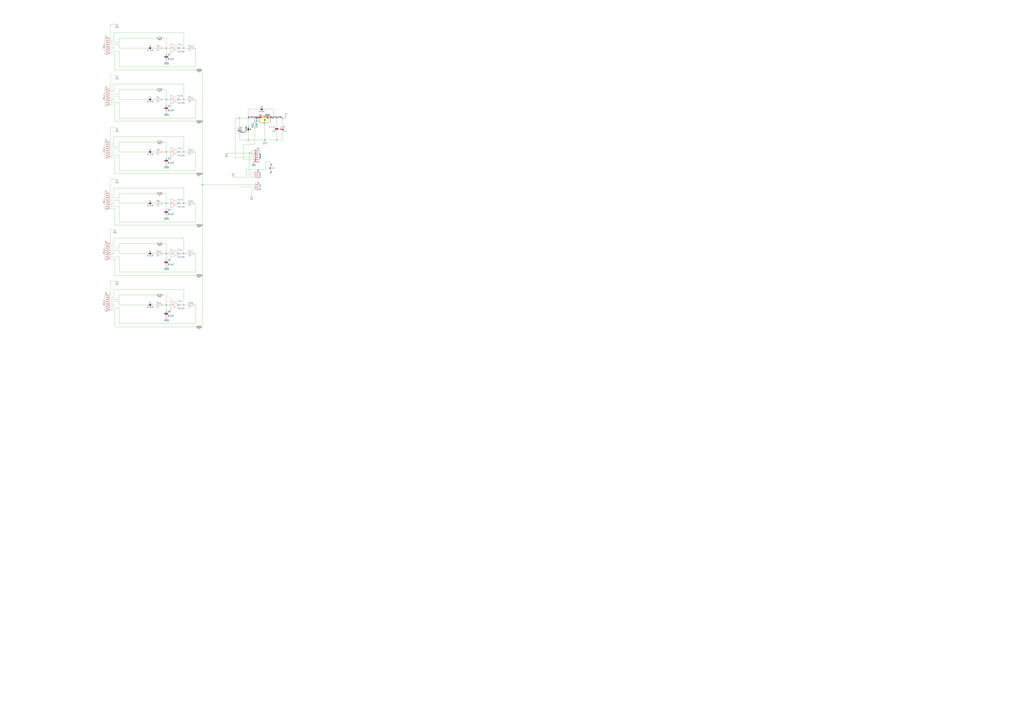
<source format=kicad_sch>
(kicad_sch (version 20230121) (generator eeschema)
  (paper "A0")
  (title_block (title "grundschaltung.sch") (date "21 MAY 2016"))
  (lib_symbols
    (symbol "40106grundschaltung-rescue:+5V" (power) (pin_names (offset 0))
      (property "Value" "+5V" (at 0 3.556 0))
      (symbol "+5V_0_1"
        (polyline (pts (xy -0.762 1.27) (xy 0 2.54)))
        (polyline (pts (xy 0 0) (xy 0 2.54)))
        (polyline (pts (xy 0 2.54) (xy 0.762 1.27)))
      )
      (symbol "+5V_1_1"
        (pin power_in line (at 0 0 90) (length 0) hide (name "+5V") (number "1"))
      )
    )
    (symbol "40106grundschaltung-rescue:CONN_01X03" (pin_names (offset 1.016) hide)
      (property "Reference" "P" (at 0 5.08 0))
      (property "Value" "CONN_01X03" (at 2.54 0 90))
      (symbol "CONN_01X03_0_1"
        (rectangle (start -1.27 -2.413) (end 0.254 -2.667))
        (rectangle (start -1.27 0.127) (end 0.254 -0.127))
        (rectangle (start -1.27 2.667) (end 0.254 2.413))
        (rectangle (start -1.27 3.81) (end 1.27 -3.81))
      )
      (symbol "CONN_01X03_1_1"
        (pin passive line (at -5.08 2.54 0) (length 3.81) (name "P1") (number "1"))
        (pin passive line (at -5.08 0 0) (length 3.81) (name "P2") (number "2"))
        (pin passive line (at -5.08 -2.54 0) (length 3.81) (name "P3") (number "3"))
      )
    )
    (symbol "40106grundschaltung-rescue:CONN_01X06" (pin_names (offset 1.016) hide)
      (property "Reference" "P" (at 0 8.89 0))
      (property "Value" "CONN_01X06" (at 2.54 0 90))
      (symbol "CONN_01X06_0_1"
        (rectangle (start -1.27 -6.223) (end 0.254 -6.477))
        (rectangle (start -1.27 -3.683) (end 0.254 -3.937))
        (rectangle (start -1.27 -1.143) (end 0.254 -1.397))
        (rectangle (start -1.27 1.397) (end 0.254 1.143))
        (rectangle (start -1.27 3.937) (end 0.254 3.683))
        (rectangle (start -1.27 6.477) (end 0.254 6.223))
        (rectangle (start -1.27 7.62) (end 1.27 -7.62))
      )
      (symbol "CONN_01X06_1_1"
        (pin passive line (at -5.08 6.35 0) (length 3.81) (name "P1") (number "1"))
        (pin passive line (at -5.08 3.81 0) (length 3.81) (name "P2") (number "2"))
        (pin passive line (at -5.08 1.27 0) (length 3.81) (name "P3") (number "3"))
        (pin passive line (at -5.08 -1.27 0) (length 3.81) (name "P4") (number "4"))
        (pin passive line (at -5.08 -3.81 0) (length 3.81) (name "P5") (number "5"))
        (pin passive line (at -5.08 -6.35 0) (length 3.81) (name "P6") (number "6"))
      )
    )
    (symbol "40106grundschaltung-rescue:CONN_01X08" (pin_names (offset 1.016) hide)
      (property "Reference" "P" (at 0 11.43 0))
      (property "Value" "CONN_01X08" (at 2.54 0 90))
      (symbol "CONN_01X08_0_1"
        (rectangle (start -1.27 -10.16) (end 1.27 10.16))
        (rectangle (start -1.27 -8.763) (end 0.254 -9.017))
        (rectangle (start -1.27 -6.223) (end 0.254 -6.477))
        (rectangle (start -1.27 -3.683) (end 0.254 -3.937))
        (rectangle (start -1.27 -1.143) (end 0.254 -1.397))
        (rectangle (start -1.27 1.397) (end 0.254 1.143))
        (rectangle (start -1.27 3.937) (end 0.254 3.683))
        (rectangle (start -1.27 6.477) (end 0.254 6.223))
        (rectangle (start -1.27 9.017) (end 0.254 8.763))
      )
      (symbol "CONN_01X08_1_1"
        (pin passive line (at -5.08 8.89 0) (length 3.81) (name "P1") (number "1"))
        (pin passive line (at -5.08 6.35 0) (length 3.81) (name "P2") (number "2"))
        (pin passive line (at -5.08 3.81 0) (length 3.81) (name "P3") (number "3"))
        (pin passive line (at -5.08 1.27 0) (length 3.81) (name "P4") (number "4"))
        (pin passive line (at -5.08 -1.27 0) (length 3.81) (name "P5") (number "5"))
        (pin passive line (at -5.08 -3.81 0) (length 3.81) (name "P6") (number "6"))
        (pin passive line (at -5.08 -6.35 0) (length 3.81) (name "P7") (number "7"))
        (pin passive line (at -5.08 -8.89 0) (length 3.81) (name "P8") (number "8"))
      )
    )
    (symbol "40106grundschaltung-rescue:CP" (pin_numbers hide) (pin_names (offset 0.254))
      (property "Reference" "C" (at 0.635 2.54 0))
      (property "Value" "CP" (at 0.635 -2.54 0))
      (symbol "CP_0_1"
        (rectangle (start -2.286 0.508) (end -2.286 1.016))
        (rectangle (start -2.286 0.508) (end 2.286 0.508))
        (polyline (pts (xy -1.778 2.286) (xy -0.762 2.286)))
        (polyline (pts (xy -1.27 2.794) (xy -1.27 1.778)))
        (rectangle (start 2.286 -0.508) (end -2.286 -1.016) (fill (type outline)))
        (rectangle (start 2.286 1.016) (end -2.286 1.016))
        (rectangle (start 2.286 1.016) (end 2.286 0.508))
      )
      (symbol "CP_1_1"
        (pin passive line (at 0 3.81 270) (length 2.794) (name "~") (number "1"))
        (pin passive line (at 0 -3.81 90) (length 2.794) (name "~") (number "2"))
      )
    )
    (symbol "40106grundschaltung-rescue:D" (pin_numbers hide) (pin_names (offset 1.016) hide)
      (property "Reference" "D" (at 0 2.54 0))
      (property "Value" "D" (at 0 -2.54 0))
      (symbol "D_0_1"
        (polyline (pts (xy -1.27 1.27) (xy -1.27 -1.27)) (stroke (width 0.1524)))
        (polyline (pts (xy 1.27 1.27) (xy -1.27 0) (xy 1.27 -1.27)) (fill (type outline)))
      )
      (symbol "D_1_1"
        (pin passive line (at -3.81 0 0) (length 2.54) (name "K") (number "1"))
        (pin passive line (at 3.81 0 180) (length 2.54) (name "A") (number "2"))
      )
    )
    (symbol "40106grundschaltung-rescue:GND" (power) (pin_names (offset 0))
      (property "Value" "GND" (at 0 -3.81 0))
      (symbol "GND_0_1"
        (polyline (pts (xy 0 0) (xy 0 -1.27) (xy 1.27 -1.27) (xy 0 -2.54) (xy -1.27 -1.27) (xy 0 -1.27)))
      )
      (symbol "GND_1_1"
        (pin power_in line (at 0 0 270) (length 0) hide (name "GND") (number "1"))
      )
    )
    (symbol "40106grundschaltung-rescue:LM78L05ACZ" (pin_names (offset 1.016))
      (property "Reference" "U" (at -5.08 5.08 0))
      (property "Value" "LM78L05ACZ" (at 0 5.08 0))
      (property "Footprint" "TO-92" (at 0 2.54 0))
      (symbol "LM78L05ACZ_0_1"
        (rectangle (start -6.35 3.81) (end 6.35 -3.81) (stroke (width 0.254)) (fill (type background)))
      )
      (symbol "LM78L05ACZ_1_1"
        (pin power_out line (at 10.16 1.27 180) (length 3.81) (name "OUT") (number "1"))
        (pin power_in line (at 0 -6.35 90) (length 2.54) (name "GND") (number "2"))
        (pin input line (at -10.16 1.27 0) (length 3.81) (name "IN") (number "3"))
      )
    )
    (symbol "40106grundschaltung-rescue:R" (pin_numbers hide) (pin_names (offset 0))
      (property "Reference" "R" (at 2.032 0 90))
      (property "Value" "R" (at 0 0 90))
      (symbol "R_0_1"
        (rectangle (start -1.016 -2.54) (end 1.016 2.54) (stroke (width 0.254)))
      )
      (symbol "R_1_1"
        (pin passive line (at 0 3.81 270) (length 1.27) (name "~") (number "1"))
        (pin passive line (at 0 -3.81 90) (length 1.27) (name "~") (number "2"))
      )
    )
    (symbol "40106grundschaltung:40XX_40106N" (pin_numbers hide) (pin_names (offset 1.016))
      (property "Reference" "IC" (at 2.54 3.175 0))
      (property "Value" "40XX_40106N" (at 2.54 -5.08 0))
      (symbol "40XX_40106N_1_0"
        (polyline (pts (xy -5.08 -5.08) (xy -5.08 5.08)))
        (polyline (pts (xy -5.08 5.08) (xy 5.08 0)))
        (polyline (pts (xy -3.937 1.27) (xy -3.048 1.27)))
        (polyline (pts (xy -3.048 1.27) (xy -1.778 1.27)))
        (polyline (pts (xy -2.032 -1.27) (xy -3.048 1.27)))
        (polyline (pts (xy -2.032 -1.27) (xy -0.762 -1.27)))
        (polyline (pts (xy -0.762 -1.27) (xy -1.778 1.27)))
        (polyline (pts (xy -0.762 -1.27) (xy 0.127 -1.27)))
        (polyline (pts (xy 5.08 0) (xy -5.08 -5.08)))
      )
      (symbol "40XX_40106N_1_1"
        (pin input line (at -10.16 0 0) (length 5.08) (name "I") (number "1"))
        (pin output inverted (at 10.16 0 180) (length 5.08) (name "O") (number "2"))
      )
      (symbol "40XX_40106N_2_0"
        (polyline (pts (xy -5.08 -5.08) (xy -5.08 5.08)))
        (polyline (pts (xy -5.08 5.08) (xy 5.08 0)))
        (polyline (pts (xy -3.937 1.27) (xy -3.048 1.27)))
        (polyline (pts (xy -3.048 1.27) (xy -1.778 1.27)))
        (polyline (pts (xy -2.032 -1.27) (xy -3.048 1.27)))
        (polyline (pts (xy -2.032 -1.27) (xy -0.762 -1.27)))
        (polyline (pts (xy -0.762 -1.27) (xy -1.778 1.27)))
        (polyline (pts (xy -0.762 -1.27) (xy 0.127 -1.27)))
        (polyline (pts (xy 5.08 0) (xy -5.08 -5.08)))
      )
      (symbol "40XX_40106N_2_1"
        (pin input line (at -10.16 0 0) (length 5.08) (name "I") (number "3"))
        (pin output inverted (at 10.16 0 180) (length 5.08) (name "O") (number "4"))
      )
      (symbol "40XX_40106N_3_0"
        (polyline (pts (xy -5.08 -5.08) (xy -5.08 5.08)))
        (polyline (pts (xy -5.08 5.08) (xy 5.08 0)))
        (polyline (pts (xy -3.937 1.27) (xy -3.048 1.27)))
        (polyline (pts (xy -3.048 1.27) (xy -1.778 1.27)))
        (polyline (pts (xy -2.032 -1.27) (xy -3.048 1.27)))
        (polyline (pts (xy -2.032 -1.27) (xy -0.762 -1.27)))
        (polyline (pts (xy -0.762 -1.27) (xy -1.778 1.27)))
        (polyline (pts (xy -0.762 -1.27) (xy 0.127 -1.27)))
        (polyline (pts (xy 5.08 0) (xy -5.08 -5.08)))
      )
      (symbol "40XX_40106N_3_1"
        (pin input line (at -10.16 0 0) (length 5.08) (name "I") (number "5"))
        (pin output inverted (at 10.16 0 180) (length 5.08) (name "O") (number "6"))
      )
      (symbol "40XX_40106N_4_0"
        (polyline (pts (xy -5.08 -5.08) (xy -5.08 5.08)))
        (polyline (pts (xy -5.08 5.08) (xy 5.08 0)))
        (polyline (pts (xy -3.937 1.27) (xy -3.048 1.27)))
        (polyline (pts (xy -3.048 1.27) (xy -1.778 1.27)))
        (polyline (pts (xy -2.032 -1.27) (xy -3.048 1.27)))
        (polyline (pts (xy -2.032 -1.27) (xy -0.762 -1.27)))
        (polyline (pts (xy -0.762 -1.27) (xy -1.778 1.27)))
        (polyline (pts (xy -0.762 -1.27) (xy 0.127 -1.27)))
        (polyline (pts (xy 5.08 0) (xy -5.08 -5.08)))
      )
      (symbol "40XX_40106N_4_1"
        (pin output inverted (at 10.16 0 180) (length 5.08) (name "O") (number "8"))
        (pin input line (at -10.16 0 0) (length 5.08) (name "I") (number "9"))
      )
      (symbol "40XX_40106N_5_0"
        (polyline (pts (xy -5.08 -5.08) (xy -5.08 5.08)))
        (polyline (pts (xy -5.08 5.08) (xy 5.08 0)))
        (polyline (pts (xy -3.937 1.27) (xy -3.048 1.27)))
        (polyline (pts (xy -3.048 1.27) (xy -1.778 1.27)))
        (polyline (pts (xy -2.032 -1.27) (xy -3.048 1.27)))
        (polyline (pts (xy -2.032 -1.27) (xy -0.762 -1.27)))
        (polyline (pts (xy -0.762 -1.27) (xy -1.778 1.27)))
        (polyline (pts (xy -0.762 -1.27) (xy 0.127 -1.27)))
        (polyline (pts (xy 5.08 0) (xy -5.08 -5.08)))
      )
      (symbol "40XX_40106N_5_1"
        (pin output inverted (at 10.16 0 180) (length 5.08) (name "O") (number "10"))
        (pin input line (at -10.16 0 0) (length 5.08) (name "I") (number "11"))
      )
      (symbol "40XX_40106N_6_0"
        (polyline (pts (xy -5.08 -5.08) (xy -5.08 5.08)))
        (polyline (pts (xy -5.08 5.08) (xy 5.08 0)))
        (polyline (pts (xy -3.937 1.27) (xy -3.048 1.27)))
        (polyline (pts (xy -3.048 1.27) (xy -1.778 1.27)))
        (polyline (pts (xy -2.032 -1.27) (xy -3.048 1.27)))
        (polyline (pts (xy -2.032 -1.27) (xy -0.762 -1.27)))
        (polyline (pts (xy -0.762 -1.27) (xy -1.778 1.27)))
        (polyline (pts (xy -0.762 -1.27) (xy 0.127 -1.27)))
        (polyline (pts (xy 5.08 0) (xy -5.08 -5.08)))
      )
      (symbol "40XX_40106N_6_1"
        (pin output inverted (at 10.16 0 180) (length 5.08) (name "O") (number "12"))
        (pin input line (at -10.16 0 0) (length 5.08) (name "I") (number "13"))
      )
      (symbol "40XX_40106N_7_0"
        (text "VDD" (at 1.397 3.9878 900) (effects (font (size 1.016 1.016))))
        (text "VSS" (at 1.397 -4.3942 900) (effects (font (size 1.016 1.016))))
      )
      (symbol "40XX_40106N_7_1"
        (pin power_in line (at 0 7.62 270) (length 5.08) (name "VDD") (number "14"))
        (pin power_in line (at 0 -7.62 90) (length 5.08) (name "VSS") (number "7"))
      )
    )
    (symbol "40106grundschaltung:CAPACITOR-WIMA_C2.5_2" (pin_numbers hide) (pin_names (offset 1.016) hide)
      (property "Reference" "C" (at 1.524 0.381 0))
      (property "Value" "CAPACITOR-WIMA_C2.5_2" (at 1.524 -4.699 0))
      (symbol "CAPACITOR-WIMA_C2.5_2_1_0"
        (polyline (pts (xy 0 -2.54) (xy 0 -2.032)))
        (polyline (pts (xy 0 0) (xy 0 -0.508)))
      )
      (symbol "CAPACITOR-WIMA_C2.5_2_1_1"
        (rectangle (start -2.032 -2.032) (end 2.032 -1.524) (fill (type outline)))
        (rectangle (start -2.032 -1.016) (end 2.032 -0.508) (fill (type outline)))
        (pin passive line (at 0 2.54 270) (length 2.54) (name "1") (number "1"))
        (pin passive line (at 0 -5.08 90) (length 2.54) (name "2") (number "2"))
      )
    )
    (symbol "40106grundschaltung:RESISTOR_R-EU_0204_7" (pin_numbers hide) (pin_names (offset 1.016) hide)
      (property "Reference" "R" (at -3.81 1.4986 0))
      (property "Value" "RESISTOR_R-EU_0204_7" (at -3.81 -3.302 0))
      (symbol "RESISTOR_R-EU_0204_7_1_0"
        (polyline (pts (xy -2.54 -0.889) (xy -2.54 0.889)))
        (polyline (pts (xy -2.54 -0.889) (xy 2.54 -0.889)))
        (polyline (pts (xy 2.54 -0.889) (xy 2.54 0.889)))
        (polyline (pts (xy 2.54 0.889) (xy -2.54 0.889)))
      )
      (symbol "RESISTOR_R-EU_0204_7_1_1"
        (pin passive line (at -5.08 0 0) (length 2.54) (name "1") (number "1"))
        (pin passive line (at 5.08 0 180) (length 2.54) (name "2") (number "2"))
      )
    )
    (symbol "40106grundschaltung:SPARKFUN-AESTHETICS_5V" (power) (pin_numbers hide) (pin_names (offset 1.016) hide)
      (property "Value" "SPARKFUN-AESTHETICS_5V" (at -1.016 3.556 0))
      (symbol "SPARKFUN-AESTHETICS_5V_1_0"
        (polyline (pts (xy 0 0) (xy 0 2.54)))
        (polyline (pts (xy 0 2.54) (xy -0.762 1.27)))
        (polyline (pts (xy 0.762 1.27) (xy 0 2.54)))
      )
      (symbol "SPARKFUN-AESTHETICS_5V_1_1"
        (pin power_in line (at 0 0 90) (length 2.54) hide (name "5V") (number "~"))
      )
    )
    (symbol "40106grundschaltung:SUPPLY1_GND" (power) (pin_numbers hide) (pin_names (offset 1.016) hide)
      (property "Value" "SUPPLY1_GND" (at -2.54 -2.54 0))
      (symbol "SUPPLY1_GND_1_0"
        (polyline (pts (xy -1.905 0) (xy 1.905 0)))
        (polyline (pts (xy 0 2.54) (xy 0 0)))
      )
      (symbol "SUPPLY1_GND_1_1"
        (pin power_in line (at 0 2.54 270) (length 2.54) hide (name "GND") (number "~"))
      )
    )
  )
  (junction (at 327.66 137.16))
  (junction (at 193.04 176.53))
  (junction (at 234.95 320.04))
  (junction (at 295.91 137.16))
  (junction (at 234.95 140.97))
  (junction (at 289.56 177.8))
  (junction (at 321.31 162.56))
  (junction (at 213.36 294.64))
  (junction (at 321.31 137.16))
  (junction (at 307.34 162.56))
  (junction (at 288.29 162.56))
  (junction (at 193.04 236.22))
  (junction (at 278.13 137.16))
  (junction (at 317.5 137.16))
  (junction (at 193.04 294.64))
  (junction (at 193.04 55.88))
  (junction (at 288.29 137.16))
  (junction (at 234.95 201.93))
  (junction (at 234.95 214.63))
  (junction (at 213.36 236.22))
  (junction (at 193.04 115.57))
  (junction (at 213.36 55.88))
  (junction (at 193.04 354.33))
  (junction (at 213.36 176.53))
  (junction (at 234.95 261.62))
  (junction (at 213.36 354.33))
  (junction (at 213.36 115.57))
  (wire (pts (xy 307.34 162.56) (xy 321.31 162.56)))
  (wire (pts (xy 132.08 57.15) (xy 132.08 54.61)))
  (wire (pts (xy 138.43 119.38) (xy 128.27 119.38)))
  (wire (pts (xy 128.27 182.88) (xy 133.35 182.88)))
  (wire (pts (xy 128.27 87.63) (xy 128.27 104.14)))
  (wire (pts (xy 138.43 115.57) (xy 138.43 111.76)))
  (wire (pts (xy 133.35 300.99) (xy 133.35 320.04)))
  (wire (pts (xy 138.43 59.69) (xy 128.27 59.69)))
  (wire (pts (xy 278.13 162.56) (xy 278.13 154.94)))
  (wire (pts (xy 177.8 115.57) (xy 180.34 115.57)))
  (wire (pts (xy 193.04 176.53) (xy 193.04 182.88)))
  (wire (pts (xy 273.05 182.88) (xy 273.05 137.16)))
  (wire (pts (xy 190.5 55.88) (xy 193.04 55.88)))
  (wire (pts (xy 138.43 347.98) (xy 138.43 342.9)))
  (wire (pts (xy 190.5 294.64) (xy 193.04 294.64)))
  (wire (pts (xy 193.04 354.33) (xy 193.04 360.68)))
  (wire (pts (xy 128.27 295.91) (xy 132.08 295.91)))
  (wire (pts (xy 234.95 261.62) (xy 234.95 320.04)))
  (wire (pts (xy 133.35 261.62) (xy 227.33 261.62)))
  (wire (pts (xy 283.21 167.64) (xy 295.91 167.64)))
  (wire (pts (xy 138.43 176.53) (xy 170.18 176.53)))
  (wire (pts (xy 193.04 115.57) (xy 193.04 121.92)))
  (wire (pts (xy 138.43 229.87) (xy 128.27 229.87)))
  (wire (pts (xy 132.08 276.86) (xy 213.36 276.86)))
  (wire (pts (xy 227.33 198.12) (xy 138.43 198.12)))
  (wire (pts (xy 138.43 198.12) (xy 138.43 180.34)))
  (wire (pts (xy 189.23 104.14) (xy 193.04 104.14)))
  (wire (pts (xy 128.27 54.61) (xy 132.08 54.61)))
  (wire (pts (xy 138.43 294.64) (xy 170.18 294.64)))
  (wire (pts (xy 288.29 153.67) (xy 288.29 162.56)))
  (wire (pts (xy 133.35 140.97) (xy 227.33 140.97)))
  (wire (pts (xy 138.43 77.47) (xy 138.43 59.69)))
  (wire (pts (xy 190.5 115.57) (xy 193.04 115.57)))
  (wire (pts (xy 132.08 38.1) (xy 213.36 38.1)))
  (wire (pts (xy 283.21 185.42) (xy 283.21 167.64)))
  (wire (pts (xy 317.5 127) (xy 307.34 127)))
  (wire (pts (xy 138.43 375.92) (xy 138.43 358.14)))
  (wire (pts (xy 138.43 358.14) (xy 128.27 358.14)))
  (wire (pts (xy 327.66 162.56) (xy 327.66 153.67)))
  (wire (pts (xy 294.64 175.26) (xy 292.1 175.26)))
  (wire (pts (xy 132.08 158.75) (xy 213.36 158.75)))
  (wire (pts (xy 190.5 354.33) (xy 193.04 354.33)))
  (wire (pts (xy 227.33 176.53) (xy 227.33 198.12)))
  (wire (pts (xy 132.08 158.75) (xy 132.08 167.64)))
  (wire (pts (xy 213.36 354.33) (xy 217.17 354.33)))
  (wire (pts (xy 138.43 236.22) (xy 138.43 232.41)))
  (wire (pts (xy 177.8 55.88) (xy 180.34 55.88)))
  (wire (pts (xy 295.91 137.16) (xy 295.91 139.7)))
  (wire (pts (xy 128.27 326.39) (xy 128.27 342.9)))
  (wire (pts (xy 227.33 137.16) (xy 138.43 137.16)))
  (wire (pts (xy 133.35 81.28) (xy 227.33 81.28)))
  (wire (pts (xy 213.36 176.53) (xy 217.17 176.53)))
  (wire (pts (xy 128.27 326.39) (xy 135.89 326.39)))
  (wire (pts (xy 132.08 46.99) (xy 128.27 46.99)))
  (wire (pts (xy 128.27 148.59) (xy 128.27 165.1)))
  (wire (pts (xy 294.64 185.42) (xy 283.21 185.42)))
  (wire (pts (xy 138.43 229.87) (xy 138.43 224.79)))
  (wire (pts (xy 128.27 266.7) (xy 128.27 283.21)))
  (wire (pts (xy 193.04 294.64) (xy 193.04 300.99)))
  (wire (pts (xy 138.43 180.34) (xy 128.27 180.34)))
  (wire (pts (xy 128.27 293.37) (xy 132.08 293.37)))
  (wire (pts (xy 132.08 97.79) (xy 132.08 106.68)))
  (wire (pts (xy 308.61 187.96) (xy 313.69 187.96)))
  (wire (pts (xy 128.27 148.59) (xy 135.89 148.59)))
  (wire (pts (xy 213.36 276.86) (xy 213.36 294.64)))
  (wire (pts (xy 193.04 342.9) (xy 193.04 354.33)))
  (wire (pts (xy 308.61 196.85) (xy 308.61 187.96)))
  (wire (pts (xy 128.27 355.6) (xy 132.08 355.6)))
  (wire (pts (xy 132.08 97.79) (xy 213.36 97.79)))
  (wire (pts (xy 321.31 162.56) (xy 327.66 162.56)))
  (wire (pts (xy 133.35 320.04) (xy 227.33 320.04)))
  (wire (pts (xy 138.43 347.98) (xy 128.27 347.98)))
  (wire (pts (xy 193.04 224.79) (xy 193.04 236.22)))
  (wire (pts (xy 327.66 137.16) (xy 327.66 146.05)))
  (wire (pts (xy 128.27 177.8) (xy 132.08 177.8)))
  (wire (pts (xy 227.33 55.88) (xy 227.33 77.47)))
  (wire (pts (xy 138.43 176.53) (xy 138.43 172.72)))
  (wire (pts (xy 294.64 182.88) (xy 273.05 182.88)))
  (wire (pts (xy 132.08 237.49) (xy 132.08 234.95)))
  (wire (pts (xy 317.5 137.16) (xy 321.31 137.16)))
  (wire (pts (xy 138.43 55.88) (xy 138.43 52.07)))
  (wire (pts (xy 213.36 55.88) (xy 217.17 55.88)))
  (wire (pts (xy 213.36 97.79) (xy 213.36 115.57)))
  (wire (pts (xy 138.43 172.72) (xy 128.27 172.72)))
  (wire (pts (xy 128.27 175.26) (xy 132.08 175.26)))
  (wire (pts (xy 138.43 49.53) (xy 138.43 44.45)))
  (wire (pts (xy 138.43 111.76) (xy 128.27 111.76)))
  (wire (pts (xy 133.35 379.73) (xy 227.33 379.73)))
  (wire (pts (xy 132.08 276.86) (xy 132.08 285.75)))
  (wire (pts (xy 138.43 224.79) (xy 181.61 224.79)))
  (wire (pts (xy 128.27 353.06) (xy 132.08 353.06)))
  (wire (pts (xy 189.23 224.79) (xy 193.04 224.79)))
  (wire (pts (xy 213.36 294.64) (xy 217.17 294.64)))
  (wire (pts (xy 234.95 201.93) (xy 234.95 214.63)))
  (wire (pts (xy 227.33 257.81) (xy 138.43 257.81)))
  (wire (pts (xy 132.08 336.55) (xy 213.36 336.55)))
  (wire (pts (xy 193.04 283.21) (xy 193.04 294.64)))
  (wire (pts (xy 189.23 283.21) (xy 193.04 283.21)))
  (wire (pts (xy 278.13 137.16) (xy 288.29 137.16)))
  (wire (pts (xy 138.43 137.16) (xy 138.43 119.38)))
  (wire (pts (xy 133.35 182.88) (xy 133.35 201.93)))
  (wire (pts (xy 193.04 44.45) (xy 193.04 55.88)))
  (wire (pts (xy 133.35 242.57) (xy 133.35 261.62)))
  (wire (pts (xy 138.43 165.1) (xy 181.61 165.1)))
  (wire (pts (xy 128.27 121.92) (xy 133.35 121.92)))
  (wire (pts (xy 132.08 38.1) (xy 132.08 46.99)))
  (wire (pts (xy 138.43 283.21) (xy 181.61 283.21)))
  (wire (pts (xy 128.27 208.28) (xy 135.89 208.28)))
  (wire (pts (xy 132.08 167.64) (xy 128.27 167.64)))
  (wire (pts (xy 177.8 294.64) (xy 180.34 294.64)))
  (wire (pts (xy 288.29 127) (xy 288.29 137.16)))
  (wire (pts (xy 128.27 242.57) (xy 133.35 242.57)))
  (wire (pts (xy 138.43 52.07) (xy 128.27 52.07)))
  (wire (pts (xy 227.33 294.64) (xy 227.33 316.23)))
  (wire (pts (xy 189.23 44.45) (xy 193.04 44.45)))
  (wire (pts (xy 128.27 57.15) (xy 132.08 57.15)))
  (wire (pts (xy 132.08 116.84) (xy 132.08 114.3)))
  (wire (pts (xy 138.43 55.88) (xy 170.18 55.88)))
  (wire (pts (xy 138.43 170.18) (xy 128.27 170.18)))
  (wire (pts (xy 132.08 285.75) (xy 128.27 285.75)))
  (wire (pts (xy 294.64 200.66) (xy 289.56 200.66)))
  (wire (pts (xy 138.43 109.22) (xy 138.43 104.14)))
  (wire (pts (xy 138.43 236.22) (xy 170.18 236.22)))
  (wire (pts (xy 190.5 176.53) (xy 193.04 176.53)))
  (wire (pts (xy 193.04 104.14) (xy 193.04 115.57)))
  (wire (pts (xy 132.08 295.91) (xy 132.08 293.37)))
  (wire (pts (xy 327.66 137.16) (xy 331.47 137.16)))
  (wire (pts (xy 138.43 232.41) (xy 128.27 232.41)))
  (wire (pts (xy 285.75 203.2) (xy 285.75 196.85)))
  (wire (pts (xy 177.8 236.22) (xy 180.34 236.22)))
  (wire (pts (xy 128.27 208.28) (xy 128.27 224.79)))
  (wire (pts (xy 138.43 342.9) (xy 181.61 342.9)))
  (wire (pts (xy 138.43 44.45) (xy 181.61 44.45)))
  (wire (pts (xy 133.35 62.23) (xy 133.35 81.28)))
  (wire (pts (xy 295.91 137.16) (xy 297.18 137.16)))
  (wire (pts (xy 213.36 218.44) (xy 213.36 236.22)))
  (wire (pts (xy 132.08 336.55) (xy 132.08 345.44)))
  (wire (pts (xy 138.43 298.45) (xy 128.27 298.45)))
  (wire (pts (xy 227.33 236.22) (xy 227.33 257.81)))
  (wire (pts (xy 317.5 127) (xy 317.5 137.16)))
  (wire (pts (xy 234.95 140.97) (xy 234.95 201.93)))
  (wire (pts (xy 138.43 288.29) (xy 138.43 283.21)))
  (wire (pts (xy 227.33 77.47) (xy 138.43 77.47)))
  (wire (pts (xy 273.05 137.16) (xy 278.13 137.16)))
  (wire (pts (xy 138.43 49.53) (xy 128.27 49.53)))
  (wire (pts (xy 321.31 137.16) (xy 321.31 146.05)))
  (wire (pts (xy 138.43 350.52) (xy 128.27 350.52)))
  (wire (pts (xy 193.04 165.1) (xy 193.04 176.53)))
  (wire (pts (xy 128.27 234.95) (xy 132.08 234.95)))
  (wire (pts (xy 132.08 227.33) (xy 128.27 227.33)))
  (wire (pts (xy 285.75 196.85) (xy 308.61 196.85)))
  (wire (pts (xy 128.27 87.63) (xy 135.89 87.63)))
  (wire (pts (xy 278.13 147.32) (xy 278.13 137.16)))
  (wire (pts (xy 294.64 203.2) (xy 285.75 203.2)))
  (wire (pts (xy 128.27 360.68) (xy 133.35 360.68)))
  (wire (pts (xy 193.04 236.22) (xy 193.04 242.57)))
  (wire (pts (xy 213.36 158.75) (xy 213.36 176.53)))
  (wire (pts (xy 289.56 200.66) (xy 289.56 177.8)))
  (wire (pts (xy 190.5 236.22) (xy 193.04 236.22)))
  (wire (pts (xy 213.36 336.55) (xy 213.36 354.33)))
  (wire (pts (xy 138.43 104.14) (xy 181.61 104.14)))
  (wire (pts (xy 128.27 27.94) (xy 128.27 44.45)))
  (wire (pts (xy 227.33 354.33) (xy 227.33 375.92)))
  (wire (pts (xy 299.72 127) (xy 288.29 127)))
  (wire (pts (xy 321.31 137.16) (xy 327.66 137.16)))
  (wire (pts (xy 170.18 354.33) (xy 138.43 354.33)))
  (wire (pts (xy 307.34 144.78) (xy 307.34 162.56)))
  (wire (pts (xy 278.13 162.56) (xy 288.29 162.56)))
  (wire (pts (xy 213.36 38.1) (xy 213.36 55.88)))
  (wire (pts (xy 132.08 106.68) (xy 128.27 106.68)))
  (wire (pts (xy 292.1 219.71) (xy 292.1 227.33)))
  (wire (pts (xy 138.43 354.33) (xy 138.43 350.52)))
  (wire (pts (xy 234.95 214.63) (xy 234.95 261.62)))
  (wire (pts (xy 177.8 354.33) (xy 180.34 354.33)))
  (wire (pts (xy 177.8 176.53) (xy 180.34 176.53)))
  (wire (pts (xy 294.64 217.17) (xy 279.4 217.17)))
  (wire (pts (xy 288.29 137.16) (xy 288.29 146.05)))
  (wire (pts (xy 138.43 257.81) (xy 138.43 240.03)))
  (wire (pts (xy 262.89 177.8) (xy 289.56 177.8)))
  (wire (pts (xy 128.27 266.7) (xy 133.35 266.7)))
  (wire (pts (xy 128.27 116.84) (xy 132.08 116.84)))
  (wire (pts (xy 132.08 345.44) (xy 128.27 345.44)))
  (wire (pts (xy 292.1 180.34) (xy 294.64 180.34)))
  (wire (pts (xy 227.33 316.23) (xy 138.43 316.23)))
  (wire (pts (xy 132.08 218.44) (xy 213.36 218.44)))
  (wire (pts (xy 128.27 27.94) (xy 135.89 27.94)))
  (wire (pts (xy 294.64 214.63) (xy 234.95 214.63)))
  (wire (pts (xy 288.29 162.56) (xy 307.34 162.56)))
  (wire (pts (xy 138.43 115.57) (xy 170.18 115.57)))
  (wire (pts (xy 132.08 355.6) (xy 132.08 353.06)))
  (wire (pts (xy 189.23 342.9) (xy 193.04 342.9)))
  (wire (pts (xy 128.27 300.99) (xy 133.35 300.99)))
  (wire (pts (xy 138.43 109.22) (xy 128.27 109.22)))
  (wire (pts (xy 213.36 236.22) (xy 217.17 236.22)))
  (wire (pts (xy 138.43 240.03) (xy 128.27 240.03)))
  (wire (pts (xy 289.56 177.8) (xy 294.64 177.8)))
  (wire (pts (xy 189.23 165.1) (xy 193.04 165.1)))
  (wire (pts (xy 138.43 294.64) (xy 138.43 290.83)))
  (wire (pts (xy 294.64 219.71) (xy 292.1 219.71)))
  (wire (pts (xy 292.1 175.26) (xy 292.1 180.34)))
  (wire (pts (xy 227.33 375.92) (xy 138.43 375.92)))
  (wire (pts (xy 138.43 170.18) (xy 138.43 165.1)))
  (wire (pts (xy 132.08 177.8) (xy 132.08 175.26)))
  (wire (pts (xy 270.51 205.74) (xy 294.64 205.74)))
  (wire (pts (xy 133.35 121.92) (xy 133.35 140.97)))
  (wire (pts (xy 213.36 115.57) (xy 217.17 115.57)))
  (wire (pts (xy 133.35 360.68) (xy 133.35 379.73)))
  (wire (pts (xy 132.08 218.44) (xy 132.08 227.33)))
  (wire (pts (xy 138.43 288.29) (xy 128.27 288.29)))
  (wire (pts (xy 234.95 320.04) (xy 234.95 379.73)))
  (wire (pts (xy 321.31 162.56) (xy 321.31 153.67)))
  (wire (pts (xy 128.27 114.3) (xy 132.08 114.3)))
  (wire (pts (xy 128.27 237.49) (xy 132.08 237.49)))
  (wire (pts (xy 138.43 290.83) (xy 128.27 290.83)))
  (wire (pts (xy 138.43 316.23) (xy 138.43 298.45)))
  (wire (pts (xy 193.04 55.88) (xy 193.04 62.23)))
  (wire (pts (xy 288.29 137.16) (xy 295.91 137.16)))
  (wire (pts (xy 295.91 167.64) (xy 295.91 149.86)))
  (wire (pts (xy 234.95 81.28) (xy 234.95 140.97)))
  (wire (pts (xy 128.27 62.23) (xy 133.35 62.23)))
  (wire (pts (xy 133.35 201.93) (xy 227.33 201.93)))
  (wire (pts (xy 227.33 115.57) (xy 227.33 137.16)))
  (symbol (lib_id "40106grundschaltung:CAPACITOR-WIMA_C2.5_2") (at 193.04 64.77 0) (unit 1)
    (property "Reference" "C1" (at 194.564 64.4144 0) (effects (font (size 1.778 1.778)) (justify left bottom)))
    (property "Value" "0.1uF" (at 194.5386 69.469 0) (effects (font (size 1.778 1.778)) (justify left bottom)))
    (property "Footprint" "synth-diy:C_Rect_L4.5_W2.5_P3" (effects hide))
  )
  (symbol (lib_id "40106grundschaltung:CAPACITOR-WIMA_C2.5_2") (at 321.31 151.13 180) (unit 1)
    (property "Reference" "C8" (at 319.786 151.511 0) (effects (font (size 1.778 1.778)) (justify left bottom)))
    (property "Value" "0.1uF" (at 319.786 146.431 0) (effects (font (size 1.778 1.778)) (justify left bottom)))
    (property "Footprint" "synth-diy:C_Rect_L4.5_W2.5_P3" (effects hide))
  )
  (symbol (lib_id "40106grundschaltung:SUPPLY1_GND") (at 193.04 72.39 0) (unit 1)
    (property "Reference" "#GND01" (effects hide))
    (property "Value" "GND" (at 190.5 74.93 0) (effects (font (size 1.778 1.778)) (justify left bottom)))
  )
  (symbol (lib_id "40106grundschaltung:SUPPLY1_GND") (at 307.34 165.1 0) (unit 1)
    (property "Reference" "#GND02" (effects hide))
    (property "Value" "GND" (at 304.8 167.64 0) (effects (font (size 1.778 1.778)) (justify left bottom)))
  )
  (symbol (lib_id "40106grundschaltung:40XX_40106N") (at 203.2 55.88 0) (unit 1)
    (property "Reference" "IC1" (at 205.74 52.705 0) (effects (font (size 1.778 1.778)) (justify left bottom)))
    (property "Value" "40106" (at 205.7146 60.96 0) (effects (font (size 1.778 1.778)) (justify left bottom)))
    (property "Footprint" "Housings_DIP:DIP-14_W7.62mm_LongPads" (effects hide))
  )
  (symbol (lib_id "40106grundschaltung:40XX_40106N") (at 203.2 115.57 0) (unit 2)
    (property "Reference" "IC1" (at 205.74 112.395 0) (effects (font (size 1.778 1.778)) (justify left bottom)))
    (property "Value" "40106" (at 205.7146 120.65 0) (effects (font (size 1.778 1.778)) (justify left bottom)))
    (property "Footprint" "Housings_DIP:DIP-14_W7.62mm_LongPads" (effects hide))
  )
  (symbol (lib_id "40106grundschaltung:40XX_40106N") (at 203.2 176.53 0) (unit 3)
    (property "Reference" "IC1" (at 205.74 173.355 0) (effects (font (size 1.778 1.778)) (justify left bottom)))
    (property "Value" "40106" (at 205.7146 181.61 0) (effects (font (size 1.778 1.778)) (justify left bottom)))
    (property "Footprint" "Housings_DIP:DIP-14_W7.62mm_LongPads" (effects hide))
  )
  (symbol (lib_id "40106grundschaltung:40XX_40106N") (at 203.2 236.22 0) (unit 4)
    (property "Reference" "IC1" (at 205.74 233.045 0) (effects (font (size 1.778 1.778)) (justify left bottom)))
    (property "Value" "40106" (at 205.7146 241.3 0) (effects (font (size 1.778 1.778)) (justify left bottom)))
    (property "Footprint" "Housings_DIP:DIP-14_W7.62mm_LongPads" (effects hide))
  )
  (symbol (lib_id "40106grundschaltung:40XX_40106N") (at 203.2 294.64 0) (unit 5)
    (property "Reference" "IC1" (at 205.74 291.465 0) (effects (font (size 1.778 1.778)) (justify left bottom)))
    (property "Value" "40106" (at 205.7146 299.72 0) (effects (font (size 1.778 1.778)) (justify left bottom)))
    (property "Footprint" "Housings_DIP:DIP-14_W7.62mm_LongPads" (effects hide))
  )
  (symbol (lib_id "40106grundschaltung:40XX_40106N") (at 313.69 195.58 0) (unit 7)
    (property "Reference" "IC1" (at 312.42 196.1896 0) (effects (font (size 1.778 1.778)) (justify left bottom)))
    (property "Value" "40106" (effects hide))
    (property "Footprint" "Housings_DIP:DIP-14_W7.62mm_LongPads" (effects hide))
  )
  (symbol (lib_id "40106grundschaltung:RESISTOR_R-EU_0204_7") (at 185.42 55.88 0) (unit 1)
    (property "Reference" "R2" (at 181.61 54.3814 0) (effects (font (size 1.778 1.778)) (justify left bottom)))
    (property "Value" "1k" (at 181.61 59.182 0) (effects (font (size 1.778 1.778)) (justify left bottom)))
    (property "Footprint" "synth-diy:Resistor_Horizontal_RM7mm_Wide" (effects hide))
  )
  (symbol (lib_id "40106grundschaltung:RESISTOR_R-EU_0204_7") (at 222.25 55.88 0) (unit 1)
    (property "Reference" "R13" (at 218.44 54.3814 0) (effects (font (size 1.778 1.778)) (justify left bottom)))
    (property "Value" "1k" (at 218.44 59.182 0) (effects (font (size 1.778 1.778)) (justify left bottom)))
    (property "Footprint" "synth-diy:Resistor_Horizontal_RM7mm_Wide" (effects hide))
  )
  (symbol (lib_id "40106grundschaltung:RESISTOR_R-EU_0204_7") (at 295.91 144.78 90) (unit 1)
    (property "Reference" "R25" (at 294.4114 148.59 0) (effects (font (size 1.778 1.778)) (justify left bottom)))
    (property "Value" "470 Ohm" (at 299.212 148.59 0) (effects (font (size 1.778 1.778)) (justify left bottom)))
    (property "Footprint" "synth-diy:Resistor_Horizontal_RM7mm_Wide" (effects hide))
  )
  (symbol (lib_id "40106grundschaltung:SPARKFUN-AESTHETICS_5V") (at 331.47 137.16 0) (unit 1)
    (property "Reference" "#SUPPLY03" (effects hide))
    (property "Value" "5V" (at 330.4794 133.604 0) (effects (font (size 1.778 1.778)) (justify left bottom)))
  )
  (symbol (lib_id "40106grundschaltung-rescue:R") (at 185.42 44.45 270) (unit 1)
    (property "Reference" "R1" (at 185.42 46.482 90))
    (property "Value" "4.7k" (at 185.42 44.45 90))
    (property "Footprint" "synth-diy:Resistor_Horizontal_RM7mm_Wide" (effects hide))
  )
  (symbol (lib_id "40106grundschaltung-rescue:CONN_01X06") (at 299.72 181.61 0) (unit 1)
    (property "Reference" "P7" (at 299.72 172.72 0))
    (property "Value" "POWER" (at 302.26 181.61 90))
    (property "Footprint" "Pin_Headers:Pin_Header_Straight_1x06" (effects hide))
  )
  (symbol (lib_id "40106grundschaltung-rescue:GND") (at 294.64 187.96 0) (unit 1)
    (property "Reference" "#PWR018" (effects hide))
    (property "Value" "GND" (at 294.64 191.77 0))
  )
  (symbol (lib_id "40106grundschaltung-rescue:R") (at 231.14 81.28 270) (unit 1)
    (property "Reference" "R19" (at 231.14 83.312 90))
    (property "Value" "100k" (at 231.14 81.28 90))
    (property "Footprint" "synth-diy:Resistor_Horizontal_RM7mm_Wide" (effects hide))
  )
  (symbol (lib_id "40106grundschaltung-rescue:GND") (at 135.89 27.94 0) (unit 1)
    (property "Reference" "#PWR04" (effects hide))
    (property "Value" "GND" (at 135.89 31.75 0))
  )
  (symbol (lib_id "40106grundschaltung-rescue:CONN_01X08") (at 123.19 53.34 0) (mirror y) (unit 1)
    (property "Reference" "P1" (at 123.19 41.91 0))
    (property "Value" "OSC_1" (at 120.65 53.34 90))
    (property "Footprint" "Pin_Headers:Pin_Header_Straight_1x08" (effects hide))
  )
  (symbol (lib_id "40106grundschaltung:CAPACITOR-WIMA_C2.5_2") (at 193.04 124.46 0) (unit 1)
    (property "Reference" "C2" (at 194.564 124.1044 0) (effects (font (size 1.778 1.778)) (justify left bottom)))
    (property "Value" "0.1uF" (at 194.5386 129.159 0) (effects (font (size 1.778 1.778)) (justify left bottom)))
    (property "Footprint" "synth-diy:C_Rect_L4.5_W2.5_P3" (effects hide))
  )
  (symbol (lib_id "40106grundschaltung:SUPPLY1_GND") (at 193.04 132.08 0) (unit 1)
    (property "Reference" "#GND05" (effects hide))
    (property "Value" "GND" (at 190.5 134.62 0) (effects (font (size 1.778 1.778)) (justify left bottom)))
  )
  (symbol (lib_id "40106grundschaltung:40XX_40106N") (at 203.2 354.33 0) (unit 6)
    (property "Reference" "IC1" (at 205.74 351.155 0) (effects (font (size 1.778 1.778)) (justify left bottom)))
    (property "Value" "40106" (at 205.7146 359.41 0) (effects (font (size 1.778 1.778)) (justify left bottom)))
    (property "Footprint" "Housings_DIP:DIP-14_W7.62mm_LongPads" (effects hide))
  )
  (symbol (lib_id "40106grundschaltung:RESISTOR_R-EU_0204_7") (at 185.42 115.57 0) (unit 1)
    (property "Reference" "R4" (at 181.61 114.0714 0) (effects (font (size 1.778 1.778)) (justify left bottom)))
    (property "Value" "1k" (at 181.61 118.872 0) (effects (font (size 1.778 1.778)) (justify left bottom)))
    (property "Footprint" "synth-diy:Resistor_Horizontal_RM7mm_Wide" (effects hide))
  )
  (symbol (lib_id "40106grundschaltung:RESISTOR_R-EU_0204_7") (at 222.25 115.57 0) (unit 1)
    (property "Reference" "R14" (at 218.44 114.0714 0) (effects (font (size 1.778 1.778)) (justify left bottom)))
    (property "Value" "1k" (at 218.44 118.872 0) (effects (font (size 1.778 1.778)) (justify left bottom)))
    (property "Footprint" "synth-diy:Resistor_Horizontal_RM7mm_Wide" (effects hide))
  )
  (symbol (lib_id "40106grundschaltung-rescue:R") (at 185.42 104.14 270) (unit 1)
    (property "Reference" "R3" (at 185.42 106.172 90))
    (property "Value" "4.7k" (at 185.42 104.14 90))
    (property "Footprint" "synth-diy:Resistor_Horizontal_RM7mm_Wide" (effects hide))
  )
  (symbol (lib_id "40106grundschaltung-rescue:R") (at 231.14 140.97 270) (unit 1)
    (property "Reference" "R20" (at 231.14 143.002 90))
    (property "Value" "100k" (at 231.14 140.97 90))
    (property "Footprint" "synth-diy:Resistor_Horizontal_RM7mm_Wide" (effects hide))
  )
  (symbol (lib_id "40106grundschaltung-rescue:GND") (at 135.89 87.63 0) (unit 1)
    (property "Reference" "#PWR06" (effects hide))
    (property "Value" "GND" (at 135.89 91.44 0))
  )
  (symbol (lib_id "40106grundschaltung-rescue:CONN_01X08") (at 123.19 113.03 0) (mirror y) (unit 1)
    (property "Reference" "P2" (at 123.19 101.6 0))
    (property "Value" "OSC_2" (at 120.65 113.03 90))
    (property "Footprint" "Pin_Headers:Pin_Header_Straight_1x08" (effects hide))
  )
  (symbol (lib_id "40106grundschaltung-rescue:LM78L05ACZ") (at 307.34 138.43 0) (unit 1)
    (property "Reference" "U2" (at 302.26 133.35 0))
    (property "Value" "78L05" (at 307.34 133.35 0) (effects (justify left)))
    (property "Footprint" "TO_SOT_Packages_THT:TO-92_Inline_Wide" (at 307.34 135.89 0) (effects (font italic)))
  )
  (symbol (lib_id "40106grundschaltung-rescue:D") (at 288.29 149.86 270) (unit 1)
    (property "Reference" "D7" (at 290.83 149.86 0))
    (property "Value" "1N4004" (at 285.75 149.86 0))
    (property "Footprint" "Diodes_ThroughHole:Diode_DO-41_SOD81_Horizontal_RM10" (effects hide))
  )
  (symbol (lib_id "40106grundschaltung-rescue:D") (at 303.53 127 0) (unit 1)
    (property "Reference" "D8" (at 303.53 124.46 0))
    (property "Value" "1N4004" (at 303.53 129.54 0))
    (property "Footprint" "Diodes_ThroughHole:Diode_DO-41_SOD81_Horizontal_RM10" (effects hide))
  )
  (symbol (lib_id "40106grundschaltung-rescue:CP") (at 278.13 151.13 0) (unit 1)
    (property "Reference" "C7" (at 278.765 148.59 0) (effects (justify left)))
    (property "Value" "220uF" (at 278.765 153.67 0) (effects (justify left)))
    (property "Footprint" "Capacitors_ThroughHole:C_Radial_D7.5_L11.2_P2.5" (effects hide))
  )
  (symbol (lib_id "40106grundschaltung-rescue:CP") (at 327.66 149.86 0) (unit 1)
    (property "Reference" "C9" (at 328.295 147.32 0) (effects (justify left)))
    (property "Value" "47uF" (at 328.295 152.4 0) (effects (justify left)))
    (property "Footprint" "Capacitors_ThroughHole:C_Radial_D5_L11_P2.5" (effects hide))
  )
  (symbol (lib_id "40106grundschaltung-rescue:D") (at 173.99 55.88 0) (unit 1)
    (property "Reference" "D1" (at 173.99 53.34 0))
    (property "Value" "1N4148" (at 173.99 58.42 0))
    (property "Footprint" "Diodes_ThroughHole:Diode_DO-35_SOD27_Horizontal_RM10" (effects hide))
  )
  (symbol (lib_id "40106grundschaltung-rescue:D") (at 173.99 115.57 0) (unit 1)
    (property "Reference" "D2" (at 173.99 113.03 0))
    (property "Value" "1N4148" (at 173.99 118.11 0))
    (property "Footprint" "Diodes_ThroughHole:Diode_DO-35_SOD27_Horizontal_RM10" (effects hide))
  )
  (symbol (lib_id "40106grundschaltung-rescue:D") (at 173.99 176.53 0) (unit 1)
    (property "Reference" "D3" (at 173.99 173.99 0))
    (property "Value" "1N4148" (at 173.99 179.07 0))
    (property "Footprint" "Diodes_ThroughHole:Diode_DO-35_SOD27_Horizontal_RM10" (effects hide))
  )
  (symbol (lib_id "40106grundschaltung:CAPACITOR-WIMA_C2.5_2") (at 193.04 185.42 0) (unit 1)
    (property "Reference" "C3" (at 194.564 185.0644 0) (effects (font (size 1.778 1.778)) (justify left bottom)))
    (property "Value" "0.1uF" (at 194.5386 190.119 0) (effects (font (size 1.778 1.778)) (justify left bottom)))
    (property "Footprint" "synth-diy:C_Rect_L4.5_W2.5_P3" (effects hide))
  )
  (symbol (lib_id "40106grundschaltung:SUPPLY1_GND") (at 193.04 193.04 0) (unit 1)
    (property "Reference" "#GND07" (effects hide))
    (property "Value" "GND" (at 190.5 195.58 0) (effects (font (size 1.778 1.778)) (justify left bottom)))
  )
  (symbol (lib_id "40106grundschaltung:RESISTOR_R-EU_0204_7") (at 185.42 176.53 0) (unit 1)
    (property "Reference" "R6" (at 181.61 175.0314 0) (effects (font (size 1.778 1.778)) (justify left bottom)))
    (property "Value" "1k" (at 181.61 179.832 0) (effects (font (size 1.778 1.778)) (justify left bottom)))
    (property "Footprint" "synth-diy:Resistor_Horizontal_RM7mm_Wide" (effects hide))
  )
  (symbol (lib_id "40106grundschaltung:RESISTOR_R-EU_0204_7") (at 222.25 176.53 0) (unit 1)
    (property "Reference" "R15" (at 218.44 175.0314 0) (effects (font (size 1.778 1.778)) (justify left bottom)))
    (property "Value" "1k" (at 218.44 179.832 0) (effects (font (size 1.778 1.778)) (justify left bottom)))
    (property "Footprint" "synth-diy:Resistor_Horizontal_RM7mm_Wide" (effects hide))
  )
  (symbol (lib_id "40106grundschaltung-rescue:R") (at 185.42 165.1 270) (unit 1)
    (property "Reference" "R5" (at 185.42 167.132 90))
    (property "Value" "4.7k" (at 185.42 165.1 90))
    (property "Footprint" "synth-diy:Resistor_Horizontal_RM7mm_Wide" (effects hide))
  )
  (symbol (lib_id "40106grundschaltung-rescue:R") (at 231.14 201.93 270) (unit 1)
    (property "Reference" "R21" (at 231.14 203.962 90))
    (property "Value" "100k" (at 231.14 201.93 90))
    (property "Footprint" "synth-diy:Resistor_Horizontal_RM7mm_Wide" (effects hide))
  )
  (symbol (lib_id "40106grundschaltung-rescue:GND") (at 135.89 148.59 0) (unit 1)
    (property "Reference" "#PWR08" (effects hide))
    (property "Value" "GND" (at 135.89 152.4 0))
  )
  (symbol (lib_id "40106grundschaltung-rescue:CONN_01X08") (at 123.19 173.99 0) (mirror y) (unit 1)
    (property "Reference" "P3" (at 123.19 162.56 0))
    (property "Value" "OSC_3" (at 120.65 173.99 90))
    (property "Footprint" "Pin_Headers:Pin_Header_Straight_1x08" (effects hide))
  )
  (symbol (lib_id "40106grundschaltung:CAPACITOR-WIMA_C2.5_2") (at 193.04 245.11 0) (unit 1)
    (property "Reference" "C4" (at 194.564 244.7544 0) (effects (font (size 1.778 1.778)) (justify left bottom)))
    (property "Value" "0.1uF" (at 194.5386 249.809 0) (effects (font (size 1.778 1.778)) (justify left bottom)))
    (property "Footprint" "synth-diy:C_Rect_L4.5_W2.5_P3" (effects hide))
  )
  (symbol (lib_id "40106grundschaltung:SUPPLY1_GND") (at 193.04 252.73 0) (unit 1)
    (property "Reference" "#GND09" (effects hide))
    (property "Value" "GND" (at 190.5 255.27 0) (effects (font (size 1.778 1.778)) (justify left bottom)))
  )
  (symbol (lib_id "40106grundschaltung:RESISTOR_R-EU_0204_7") (at 185.42 236.22 0) (unit 1)
    (property "Reference" "R8" (at 181.61 234.7214 0) (effects (font (size 1.778 1.778)) (justify left bottom)))
    (property "Value" "1k" (at 181.61 239.522 0) (effects (font (size 1.778 1.778)) (justify left bottom)))
    (property "Footprint" "synth-diy:Resistor_Horizontal_RM7mm_Wide" (effects hide))
  )
  (symbol (lib_id "40106grundschaltung:RESISTOR_R-EU_0204_7") (at 222.25 236.22 0) (unit 1)
    (property "Reference" "R16" (at 218.44 234.7214 0) (effects (font (size 1.778 1.778)) (justify left bottom)))
    (property "Value" "1k" (at 218.44 239.522 0) (effects (font (size 1.778 1.778)) (justify left bottom)))
    (property "Footprint" "synth-diy:Resistor_Horizontal_RM7mm_Wide" (effects hide))
  )
  (symbol (lib_id "40106grundschaltung-rescue:R") (at 185.42 224.79 270) (unit 1)
    (property "Reference" "R7" (at 185.42 226.822 90))
    (property "Value" "4.7k" (at 185.42 224.79 90))
    (property "Footprint" "synth-diy:Resistor_Horizontal_RM7mm_Wide" (effects hide))
  )
  (symbol (lib_id "40106grundschaltung-rescue:R") (at 231.14 261.62 270) (unit 1)
    (property "Reference" "R22" (at 231.14 263.652 90))
    (property "Value" "100k" (at 231.14 261.62 90))
    (property "Footprint" "synth-diy:Resistor_Horizontal_RM7mm_Wide" (effects hide))
  )
  (symbol (lib_id "40106grundschaltung-rescue:GND") (at 135.89 208.28 0) (unit 1)
    (property "Reference" "#PWR010" (effects hide))
    (property "Value" "GND" (at 135.89 212.09 0))
  )
  (symbol (lib_id "40106grundschaltung-rescue:CONN_01X08") (at 123.19 233.68 0) (mirror y) (unit 1)
    (property "Reference" "P4" (at 123.19 222.25 0))
    (property "Value" "OSC_4" (at 120.65 233.68 90))
    (property "Footprint" "Pin_Headers:Pin_Header_Straight_1x08" (effects hide))
  )
  (symbol (lib_id "40106grundschaltung-rescue:D") (at 173.99 236.22 0) (unit 1)
    (property "Reference" "D4" (at 173.99 233.68 0))
    (property "Value" "1N4148" (at 173.99 238.76 0))
    (property "Footprint" "Diodes_ThroughHole:Diode_DO-35_SOD27_Horizontal_RM10" (effects hide))
  )
  (symbol (lib_id "40106grundschaltung-rescue:D") (at 173.99 294.64 0) (unit 1)
    (property "Reference" "D5" (at 173.99 292.1 0))
    (property "Value" "1N4148" (at 173.99 297.18 0))
    (property "Footprint" "Diodes_ThroughHole:Diode_DO-35_SOD27_Horizontal_RM10" (effects hide))
  )
  (symbol (lib_id "40106grundschaltung-rescue:D") (at 173.99 354.33 0) (unit 1)
    (property "Reference" "D6" (at 173.99 351.79 0))
    (property "Value" "1N4148" (at 173.99 356.87 0))
    (property "Footprint" "Diodes_ThroughHole:Diode_DO-35_SOD27_Horizontal_RM10" (effects hide))
  )
  (symbol (lib_id "40106grundschaltung:CAPACITOR-WIMA_C2.5_2") (at 193.04 303.53 0) (unit 1)
    (property "Reference" "C5" (at 194.564 303.1744 0) (effects (font (size 1.778 1.778)) (justify left bottom)))
    (property "Value" "0.1uF" (at 194.5386 308.229 0) (effects (font (size 1.778 1.778)) (justify left bottom)))
    (property "Footprint" "synth-diy:C_Rect_L4.5_W2.5_P3" (effects hide))
  )
  (symbol (lib_id "40106grundschaltung:SUPPLY1_GND") (at 193.04 311.15 0) (unit 1)
    (property "Reference" "#GND011" (effects hide))
    (property "Value" "GND" (at 190.5 313.69 0) (effects (font (size 1.778 1.778)) (justify left bottom)))
  )
  (symbol (lib_id "40106grundschaltung:RESISTOR_R-EU_0204_7") (at 185.42 294.64 0) (unit 1)
    (property "Reference" "R10" (at 181.61 293.1414 0) (effects (font (size 1.778 1.778)) (justify left bottom)))
    (property "Value" "1k" (at 181.61 297.942 0) (effects (font (size 1.778 1.778)) (justify left bottom)))
    (property "Footprint" "synth-diy:Resistor_Horizontal_RM7mm_Wide" (effects hide))
  )
  (symbol (lib_id "40106grundschaltung:RESISTOR_R-EU_0204_7") (at 222.25 294.64 0) (unit 1)
    (property "Reference" "R17" (at 218.44 293.1414 0) (effects (font (size 1.778 1.778)) (justify left bottom)))
    (property "Value" "1k" (at 218.44 297.942 0) (effects (font (size 1.778 1.778)) (justify left bottom)))
    (property "Footprint" "synth-diy:Resistor_Horizontal_RM7mm_Wide" (effects hide))
  )
  (symbol (lib_id "40106grundschaltung-rescue:R") (at 185.42 283.21 270) (unit 1)
    (property "Reference" "R9" (at 185.42 285.242 90))
    (property "Value" "4.7k" (at 185.42 283.21 90))
    (property "Footprint" "synth-diy:Resistor_Horizontal_RM7mm_Wide" (effects hide))
  )
  (symbol (lib_id "40106grundschaltung-rescue:R") (at 231.14 320.04 270) (unit 1)
    (property "Reference" "R23" (at 231.14 322.072 90))
    (property "Value" "100k" (at 231.14 320.04 90))
    (property "Footprint" "synth-diy:Resistor_Horizontal_RM7mm_Wide" (effects hide))
  )
  (symbol (lib_id "40106grundschaltung-rescue:GND") (at 133.35 266.7 0) (unit 1)
    (property "Reference" "#PWR012" (effects hide))
    (property "Value" "GND" (at 133.35 270.51 0))
  )
  (symbol (lib_id "40106grundschaltung-rescue:CONN_01X08") (at 123.19 292.1 0) (mirror y) (unit 1)
    (property "Reference" "P5" (at 123.19 280.67 0))
    (property "Value" "OSC_5" (at 120.65 292.1 90))
    (property "Footprint" "Pin_Headers:Pin_Header_Straight_1x08" (effects hide))
  )
  (symbol (lib_id "40106grundschaltung:CAPACITOR-WIMA_C2.5_2") (at 193.04 363.22 0) (unit 1)
    (property "Reference" "C6" (at 194.564 362.8644 0) (effects (font (size 1.778 1.778)) (justify left bottom)))
    (property "Value" "0.1uF" (at 194.5386 367.919 0) (effects (font (size 1.778 1.778)) (justify left bottom)))
    (property "Footprint" "synth-diy:C_Rect_L4.5_W2.5_P3" (effects hide))
  )
  (symbol (lib_id "40106grundschaltung:SUPPLY1_GND") (at 193.04 370.84 0) (unit 1)
    (property "Reference" "#GND013" (effects hide))
    (property "Value" "GND" (at 190.5 373.38 0) (effects (font (size 1.778 1.778)) (justify left bottom)))
  )
  (symbol (lib_id "40106grundschaltung:RESISTOR_R-EU_0204_7") (at 185.42 354.33 0) (unit 1)
    (property "Reference" "R12" (at 181.61 352.8314 0) (effects (font (size 1.778 1.778)) (justify left bottom)))
    (property "Value" "1k" (at 181.61 357.632 0) (effects (font (size 1.778 1.778)) (justify left bottom)))
    (property "Footprint" "synth-diy:Resistor_Horizontal_RM7mm_Wide" (effects hide))
  )
  (symbol (lib_id "40106grundschaltung:RESISTOR_R-EU_0204_7") (at 222.25 354.33 0) (unit 1)
    (property "Reference" "R18" (at 218.44 352.8314 0) (effects (font (size 1.778 1.778)) (justify left bottom)))
    (property "Value" "1k" (at 218.44 357.632 0) (effects (font (size 1.778 1.778)) (justify left bottom)))
    (property "Footprint" "synth-diy:Resistor_Horizontal_RM7mm_Wide" (effects hide))
  )
  (symbol (lib_id "40106grundschaltung-rescue:R") (at 185.42 342.9 270) (unit 1)
    (property "Reference" "R11" (at 185.42 344.932 90))
    (property "Value" "4.7k" (at 185.42 342.9 90))
    (property "Footprint" "synth-diy:Resistor_Horizontal_RM7mm_Wide" (effects hide))
  )
  (symbol (lib_id "40106grundschaltung-rescue:R") (at 231.14 379.73 270) (unit 1)
    (property "Reference" "R24" (at 231.14 381.762 90))
    (property "Value" "100k" (at 231.14 379.73 90))
    (property "Footprint" "synth-diy:Resistor_Horizontal_RM7mm_Wide" (effects hide))
  )
  (symbol (lib_id "40106grundschaltung-rescue:GND") (at 135.89 326.39 0) (unit 1)
    (property "Reference" "#PWR014" (effects hide))
    (property "Value" "GND" (at 135.89 330.2 0))
  )
  (symbol (lib_id "40106grundschaltung-rescue:CONN_01X08") (at 123.19 351.79 0) (mirror y) (unit 1)
    (property "Reference" "P6" (at 123.19 340.36 0))
    (property "Value" "OSC_6" (at 120.65 351.79 90))
    (property "Footprint" "Pin_Headers:Pin_Header_Straight_1x08" (effects hide))
  )
  (symbol (lib_id "40106grundschaltung-rescue:GND") (at 262.89 177.8 0) (unit 1)
    (property "Reference" "#PWR015" (effects hide))
    (property "Value" "GND" (at 262.89 181.61 0))
  )
  (symbol (lib_id "40106grundschaltung-rescue:+5V") (at 270.51 205.74 0) (unit 1)
    (property "Reference" "#PWR016" (effects hide))
    (property "Value" "+5V" (at 270.51 202.184 0))
  )
  (symbol (lib_id "40106grundschaltung-rescue:CONN_01X03") (at 299.72 203.2 0) (unit 1)
    (property "Reference" "P8" (at 299.72 198.12 0))
    (property "Value" "STARVE" (at 302.26 203.2 90))
    (property "Footprint" "Pin_Headers:Pin_Header_Straight_1x03" (effects hide))
  )
  (symbol (lib_id "40106grundschaltung-rescue:GND") (at 292.1 227.33 0) (unit 1)
    (property "Reference" "#PWR017" (effects hide))
    (property "Value" "GND" (at 292.1 231.14 0))
  )
  (symbol (lib_id "40106grundschaltung-rescue:CONN_01X03") (at 299.72 217.17 0) (unit 1)
    (property "Reference" "P9" (at 299.72 212.09 0))
    (property "Value" "VOL_OUT" (at 302.26 217.17 90))
    (property "Footprint" "Pin_Headers:Pin_Header_Straight_1x03" (effects hide))
  )
)
</source>
